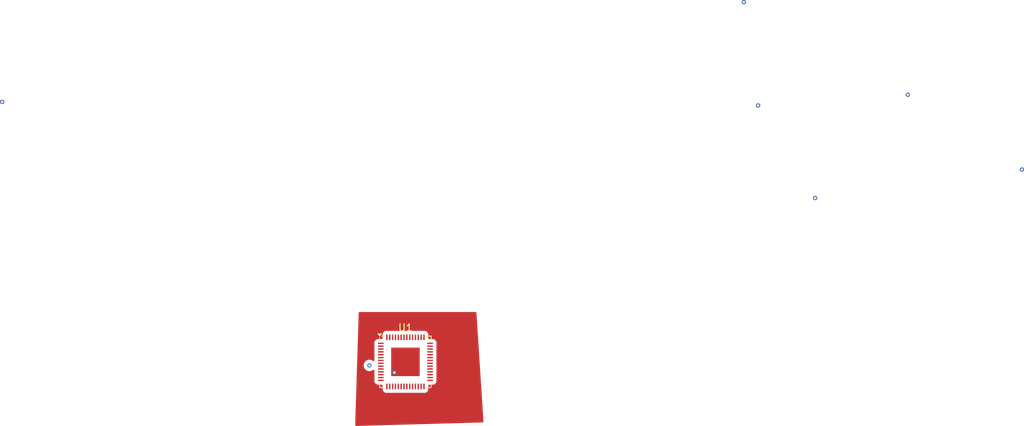
<source format=kicad_pcb>
(kicad_pcb (version 20240108) (generator "pcbnew") (generator_version "8.0")
  (layers (0 "F.Cu" signal) (31 "B.Cu" signal) (34 "B.Paste" user) (35 "F.Paste" user) (36 "B.SilkS" user "B.Silkscreen") (37 "F.SilkS" user "F.Silkscreen") (38 "B.Mask" user) (39 "F.Mask" user) (44 "Edge.Cuts" user))
  (net 0 "")
  (net 9 "Net-(U2-VCC)")
  (net 20 "Net-(U1-VDDA-Pad1)")
  (net 27 "Net-(U1-GPIO14)")
  (net 48 "Net-(U1-GND)")
  (net 49 "Net-(U1-GPIO1)")
  (footprint "Package_DFN_QFN:QFN-56-1EP_7x7mm_P0.4mm_EP4x4mm" (layer "F.Cu") (at 147.05 102.5)
    (property "Reference" "U1" (at 0 -4.8 0) (layer "F.SilkS"))
    (property "Value" "ESP32-S2")
    (fp_line (start -3.61 -2.96) (end -3.61 -3.37) (stroke (width 0.12)) (layer "F.SilkS"))
    (fp_line (start -3.61 3.61) (end -3.61 2.96) (stroke (width 0.12)) (layer "F.SilkS"))
    (fp_line (start -2.96 -3.61) (end -3.31 -3.61) (stroke (width 0.12)) (layer "F.SilkS"))
    (fp_line (start -2.96 3.61) (end -3.61 3.61) (stroke (width 0.12)) (layer "F.SilkS"))
    (fp_line (start 2.96 -3.61) (end 3.61 -3.61) (stroke (width 0.12)) (layer "F.SilkS"))
    (fp_line (start 2.96 3.61) (end 3.61 3.61) (stroke (width 0.12)) (layer "F.SilkS"))
    (fp_line (start 3.61 -3.61) (end 3.61 -2.96) (stroke (width 0.12)) (layer "F.SilkS"))
    (fp_line (start 3.61 3.61) (end 3.61 2.96) (stroke (width 0.12)) (layer "F.SilkS"))
    (fp_poly (pts (xy -3.61 -3.61) (xy -3.85 -3.94) (xy -3.37 -3.94) (xy -3.61 -3.61)) (stroke (width 0.12)) (fill solid) (layer "F.SilkS"))
    (pad "1" smd roundrect (at -3.45 -2.6) (size 0.8 0.2) (layers "F.Cu" "F.Paste" "F.Mask") (net 20 "Net-(U1-VDDA-Pad1)"))
    (pad "2" smd roundrect (at -3.45 -2.2) (size 0.8 0.2) (layers "F.Cu" "F.Paste" "F.Mask"))
    (pad "3" smd roundrect (at -3.45 -1.8) (size 0.8 0.2) (layers "F.Cu" "F.Paste" "F.Mask") (net 9 "Net-(U2-VCC)"))
    (pad "4" smd roundrect (at -3.45 -1.4) (size 0.8 0.2) (layers "F.Cu" "F.Paste" "F.Mask") (net 9 "Net-(U2-VCC)"))
    (pad "5" smd roundrect (at -3.45 -1) (size 0.8 0.2) (layers "F.Cu" "F.Paste" "F.Mask"))
    (pad "6" smd roundrect (at -3.45 -0.6) (size 0.8 0.2) (layers "F.Cu" "F.Paste" "F.Mask") (net 49 "Net-(U1-GPIO1)"))
    (pad "7" smd roundrect (at -3.45 -0.2) (size 0.8 0.2) (layers "F.Cu" "F.Paste" "F.Mask"))
    (pad "8" smd roundrect (at -3.45 0.2) (size 0.8 0.2) (layers "F.Cu" "F.Paste" "F.Mask"))
    (pad "9" smd roundrect (at -3.45 0.6) (size 0.8 0.2) (layers "F.Cu" "F.Paste" "F.Mask"))
    (pad "10" smd roundrect (at -3.45 1) (size 0.8 0.2) (layers "F.Cu" "F.Paste" "F.Mask"))
    (pad "11" smd roundrect (at -3.45 1.4) (size 0.8 0.2) (layers "F.Cu" "F.Paste" "F.Mask"))
    (pad "12" smd roundrect (at -3.45 1.8) (size 0.8 0.2) (layers "F.Cu" "F.Paste" "F.Mask"))
    (pad "13" smd roundrect (at -3.45 2.2) (size 0.8 0.2) (layers "F.Cu" "F.Paste" "F.Mask"))
    (pad "14" smd roundrect (at -3.45 2.6) (size 0.8 0.2) (layers "F.Cu" "F.Paste" "F.Mask"))
    (pad "15" smd roundrect (at -2.6 3.45) (size 0.2 0.8) (layers "F.Cu" "F.Paste" "F.Mask"))
    (pad "16" smd roundrect (at -2.2 3.45) (size 0.2 0.8) (layers "F.Cu" "F.Paste" "F.Mask"))
    (pad "17" smd roundrect (at -1.8 3.45) (size 0.2 0.8) (layers "F.Cu" "F.Paste" "F.Mask"))
    (pad "18" smd roundrect (at -1.4 3.45) (size 0.2 0.8) (layers "F.Cu" "F.Paste" "F.Mask"))
    (pad "19" smd roundrect (at -1 3.45) (size 0.2 0.8) (layers "F.Cu" "F.Paste" "F.Mask") (net 27 "Net-(U1-GPIO14)"))
    (pad "20" smd roundrect (at -0.6 3.45) (size 0.2 0.8) (layers "F.Cu" "F.Paste" "F.Mask"))
    (pad "21" smd roundrect (at -0.2 3.45) (size 0.2 0.8) (layers "F.Cu" "F.Paste" "F.Mask"))
    (pad "22" smd roundrect (at 0.2 3.45) (size 0.2 0.8) (layers "F.Cu" "F.Paste" "F.Mask"))
    (pad "23" smd roundrect (at 0.6 3.45) (size 0.2 0.8) (layers "F.Cu" "F.Paste" "F.Mask"))
    (pad "24" smd roundrect (at 1 3.45) (size 0.2 0.8) (layers "F.Cu" "F.Paste" "F.Mask"))
    (pad "25" smd roundrect (at 1.4 3.45) (size 0.2 0.8) (layers "F.Cu" "F.Paste" "F.Mask"))
    (pad "26" smd roundrect (at 1.8 3.45) (size 0.2 0.8) (layers "F.Cu" "F.Paste" "F.Mask"))
    (pad "27" smd roundrect (at 2.2 3.45) (size 0.2 0.8) (layers "F.Cu" "F.Paste" "F.Mask"))
    (pad "28" smd roundrect (at 2.6 3.45) (size 0.2 0.8) (layers "F.Cu" "F.Paste" "F.Mask"))
    (pad "29" smd roundrect (at 3.45 2.6) (size 0.8 0.2) (layers "F.Cu" "F.Paste" "F.Mask"))
    (pad "30" smd roundrect (at 3.45 2.2) (size 0.8 0.2) (layers "F.Cu" "F.Paste" "F.Mask"))
    (pad "31" smd roundrect (at 3.45 1.8) (size 0.8 0.2) (layers "F.Cu" "F.Paste" "F.Mask"))
    (pad "32" smd roundrect (at 3.45 1.4) (size 0.8 0.2) (layers "F.Cu" "F.Paste" "F.Mask"))
    (pad "33" smd roundrect (at 3.45 1) (size 0.8 0.2) (layers "F.Cu" "F.Paste" "F.Mask"))
    (pad "34" smd roundrect (at 3.45 0.6) (size 0.8 0.2) (layers "F.Cu" "F.Paste" "F.Mask"))
    (pad "35" smd roundrect (at 3.45 0.2) (size 0.8 0.2) (layers "F.Cu" "F.Paste" "F.Mask"))
    (pad "36" smd roundrect (at 3.45 -0.2) (size 0.8 0.2) (layers "F.Cu" "F.Paste" "F.Mask"))
    (pad "37" smd roundrect (at 3.45 -0.6) (size 0.8 0.2) (layers "F.Cu" "F.Paste" "F.Mask"))
    (pad "38" smd roundrect (at 3.45 -1) (size 0.8 0.2) (layers "F.Cu" "F.Paste" "F.Mask"))
    (pad "39" smd roundrect (at 3.45 -1.4) (size 0.8 0.2) (layers "F.Cu" "F.Paste" "F.Mask"))
    (pad "40" smd roundrect (at 3.45 -1.8) (size 0.8 0.2) (layers "F.Cu" "F.Paste" "F.Mask"))
    (pad "41" smd roundrect (at 3.45 -2.2) (size 0.8 0.2) (layers "F.Cu" "F.Paste" "F.Mask"))
    (pad "42" smd roundrect (at 3.45 -2.6) (size 0.8 0.2) (layers "F.Cu" "F.Paste" "F.Mask"))
    (pad "43" smd roundrect (at 2.6 -3.45) (size 0.2 0.8) (layers "F.Cu" "F.Paste" "F.Mask"))
    (pad "44" smd roundrect (at 2.2 -3.45) (size 0.2 0.8) (layers "F.Cu" "F.Paste" "F.Mask"))
    (pad "45" smd roundrect (at 1.8 -3.45) (size 0.2 0.8) (layers "F.Cu" "F.Paste" "F.Mask"))
    (pad "46" smd roundrect (at 1.4 -3.45) (size 0.2 0.8) (layers "F.Cu" "F.Paste" "F.Mask"))
    (pad "47" smd roundrect (at 1 -3.45) (size 0.2 0.8) (layers "F.Cu" "F.Paste" "F.Mask"))
    (pad "48" smd roundrect (at 0.6 -3.45) (size 0.2 0.8) (layers "F.Cu" "F.Paste" "F.Mask"))
    (pad "49" smd roundrect (at 0.2 -3.45) (size 0.2 0.8) (layers "F.Cu" "F.Paste" "F.Mask"))
    (pad "50" smd roundrect (at -0.2 -3.45) (size 0.2 0.8) (layers "F.Cu" "F.Paste" "F.Mask"))
    (pad "51" smd roundrect (at -0.6 -3.45) (size 0.2 0.8) (layers "F.Cu" "F.Paste" "F.Mask") (net 20 "Net-(U1-VDDA-Pad1)"))
    (pad "52" smd roundrect (at -1 -3.45) (size 0.2 0.8) (layers "F.Cu" "F.Paste" "F.Mask"))
    (pad "53" smd roundrect (at -1.4 -3.45) (size 0.2 0.8) (layers "F.Cu" "F.Paste" "F.Mask"))
    (pad "54" smd roundrect (at -1.8 -3.45) (size 0.2 0.8) (layers "F.Cu" "F.Paste" "F.Mask") (net 20 "Net-(U1-VDDA-Pad1)"))
    (pad "55" smd roundrect (at -2.2 -3.45) (size 0.2 0.8) (layers "F.Cu" "F.Paste" "F.Mask"))
    (pad "56" smd roundrect (at -2.6 -3.45) (size 0.2 0.8) (layers "F.Cu" "F.Paste" "F.Mask"))
    (pad "57" smd rect (at 0 0) (size 4 4) (property pad_prop_heatsink) (layers "F.Cu" "F.Mask") (net 48 "Net-(U1-GND)"))
  )
  (via (at 194.5 52) (size 0.6) (drill 0.3) (layers "F.Cu" "B.Cu") (net 0))
  (via (at 196.5 66.5) (size 0.6) (drill 0.3) (layers "F.Cu" "B.Cu") (net 0))
  (via (at 233.5 75.5) (size 0.6) (drill 0.3) (layers "F.Cu" "B.Cu") (net 0))
  (via (at 204.5 79.5) (size 0.6) (drill 0.3) (layers "F.Cu" "B.Cu") (net 0))
  (via (at 142 103) (size 0.6) (drill 0.3) (layers "F.Cu" "B.Cu") (net 0))
  (via (at 90.5 66) (size 0.6) (drill 0.3) (layers "F.Cu" "B.Cu") (net 0))
  (via (at 217.5 65) (size 0.6) (drill 0.3) (layers "F.Cu" "B.Cu") (net 0))
  (via (at 145.5 104) (size 0.6) (drill 0.3) (layers "F.Cu" "B.Cu") (net 48))
  (zone (net 0) (net_name "") (layer "F.Cu") (connect_pads (clearance 0.5)) (min_thickness 0.25) (fill yes (thermal_gap 0.5) (thermal_bridge_width 0.5) (island_removal_mode 1) (island_area_min 10))
    (polygon (pts (xy 140.5 95.5) (xy 140 111.5) (xy 158 111) (xy 157 95.5)))
  )
)
</source>
